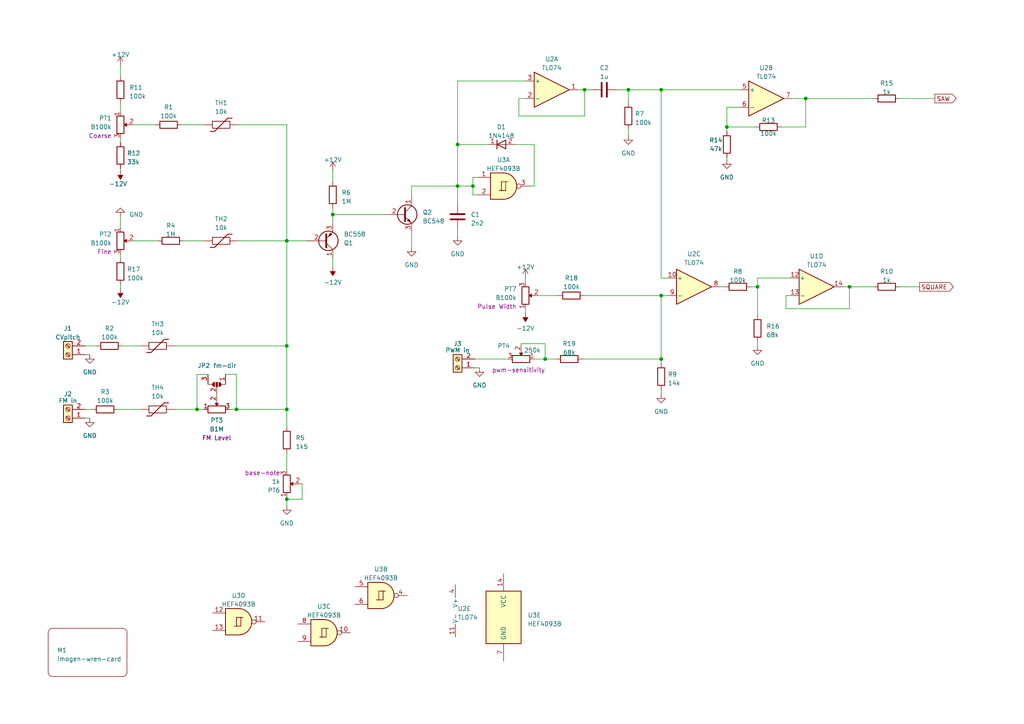
<source format=kicad_sch>
(kicad_sch (version 20230121) (generator eeschema)
  (paper "A4")
  (lib_symbols
    (symbol "000-thermistor-immo:Thermistor" (pin_numbers hide) (pin_names (offset 0))
      (property "Reference" "TH" (at 2.54 1.27 90))
      (property "Value" "Thermistor" (at -2.54 0 90))
      (symbol "Thermistor_0_1"
        (rectangle (start -1.016 2.54) (end 1.016 -2.54) (stroke (width 0.2032)))
        (polyline (pts (xy -1.905 3.175) (xy -1.905 1.905) (xy 1.905 -1.905) (xy 1.905 -3.175) (xy 1.905 -3.175)) (stroke (width 0.254)))
      )
      (symbol "Thermistor_1_1"
        (pin passive line (at 0 5.08 270) (length 2.54) (name "~") (number "1"))
        (pin passive line (at 0 -5.08 90) (length 2.54) (name "~") (number "2"))
      )
    )
    (symbol "000_Capacitor_Film_Immo:100n" (pin_numbers hide) (pin_names (offset 0.254))
      (property "Reference" "C" (at 0.635 2.54 0))
      (property "Value" "100n" (at 0.635 -2.54 0))
      (symbol "100n_0_1"
        (polyline (pts (xy -2.032 -0.762) (xy 2.032 -0.762)) (stroke (width 0.508)))
        (polyline (pts (xy -2.032 0.762) (xy 2.032 0.762)) (stroke (width 0.508)))
      )
      (symbol "100n_1_1"
        (pin passive line (at 0 3.81 270) (length 2.794) (name "~") (number "1"))
        (pin passive line (at 0 -3.81 90) (length 2.794) (name "~") (number "2"))
      )
    )
    (symbol "000_Capacitor_Film_Immo:cap_film_0805" (pin_numbers hide) (pin_names (offset 0.254))
      (property "Reference" "C" (at 0.635 2.54 0))
      (property "Value" "cap_film_0805" (at 0.635 -2.54 0))
      (symbol "cap_film_0805_0_1"
        (polyline (pts (xy -2.032 -0.762) (xy 2.032 -0.762)) (stroke (width 0.508)))
        (polyline (pts (xy -2.032 0.762) (xy 2.032 0.762)) (stroke (width 0.508)))
      )
      (symbol "cap_film_0805_1_1"
        (pin passive line (at 0 3.81 270) (length 2.794) (name "~") (number "1"))
        (pin passive line (at 0 -3.81 90) (length 2.794) (name "~") (number "2"))
      )
    )
    (symbol "000_Connectors_Immo:Screw_Terminal_01x02" (pin_names (offset 1.016) hide)
      (property "Reference" "J" (at 0 2.54 0))
      (property "Value" "Screw_Terminal_01x02" (at 0 -5.08 0))
      (property "PIN1" "PIN1" (at 3.556 0 0))
      (property "PIN2" "PIN2" (at 3.556 -2.794 0))
      (symbol "Screw_Terminal_01x02_1_1"
        (rectangle (start -1.27 1.27) (end 1.27 -3.81) (stroke (width 0.254)) (fill (type background)))
        (circle (center 0 -2.54) (radius 0.635) (stroke (width 0.1524)))
        (polyline (pts (xy -0.5334 -2.2098) (xy 0.3302 -3.048)) (stroke (width 0.1524)))
        (polyline (pts (xy -0.5334 0.3302) (xy 0.3302 -0.508)) (stroke (width 0.1524)))
        (polyline (pts (xy -0.3556 -2.032) (xy 0.508 -2.8702)) (stroke (width 0.1524)))
        (polyline (pts (xy -0.3556 0.508) (xy 0.508 -0.3302)) (stroke (width 0.1524)))
        (circle (center 0 0) (radius 0.635) (stroke (width 0.1524)))
        (pin passive line (at -5.08 0 0) (length 3.81) (name "Pin_1") (number "1"))
        (pin passive line (at -5.08 -2.54 0) (length 3.81) (name "Pin_2") (number "2"))
      )
    )
    (symbol "000_Diodes_Immo:1N4148" (pin_names (offset 1.016) hide)
      (property "Reference" "D" (at 0 2.54 0))
      (property "Value" "1N4148" (at 0 -2.54 0))
      (symbol "1N4148_0_1"
        (polyline (pts (xy -1.27 1.27) (xy -1.27 -1.27)) (stroke (width 0.254)))
        (polyline (pts (xy 1.27 0) (xy -1.27 0)))
        (polyline (pts (xy 1.27 1.27) (xy 1.27 -1.27) (xy -1.27 0) (xy 1.27 1.27)) (stroke (width 0.254)))
      )
      (symbol "1N4148_1_1"
        (pin passive line (at -3.81 0 0) (length 2.54) (name "K") (number "1"))
        (pin passive line (at 3.81 0 180) (length 2.54) (name "A") (number "2"))
      )
    )
    (symbol "000_Modules_Immo:imogen-wren-card"
      (property "Reference" "M?" (at 0 2.54 0))
      (property "Value" "imogen-wren-card" (at 0 0 0))
      (symbol "imogen-wren-card_0_1"
        (arc (start -11.43 -6.35) (mid -11.058 -7.248) (end -10.16 -7.62))
        (arc (start -10.16 6.35) (mid -11.058 5.978) (end -11.43 5.08))
        (polyline (pts (xy -11.43 5.08) (xy -11.43 -6.35)))
        (polyline (pts (xy -10.16 6.35) (xy 10.16 6.35)))
        (polyline (pts (xy 10.16 -7.62) (xy -10.16 -7.62)))
        (polyline (pts (xy 11.43 5.08) (xy 11.43 -6.35)))
        (arc (start 10.16 -7.62) (mid 11.058 -7.248) (end 11.43 -6.35))
        (arc (start 11.43 5.08) (mid 11.058 5.978) (end 10.16 6.35))
      )
    )
    (symbol "000_Resistors_Immo:100k" (pin_numbers hide) (pin_names (offset 0))
      (property "Reference" "R?" (at -2.54 3.81 0))
      (property "Value" "100k" (at -5.08 2.54 0))
      (symbol "100k_0_1"
        (rectangle (start 2.54 -1.016) (end -2.54 1.016) (stroke (width 0.254)))
      )
      (symbol "100k_1_1"
        (pin passive line (at -3.81 0 0) (length 1.27) (name "~") (number "1"))
        (pin passive line (at 3.81 0 180) (length 1.27) (name "~") (number "2"))
      )
    )
    (symbol "000_Resistors_Immo:50k_trimpot_MT" (pin_names (offset 1.016) hide)
      (property "Reference" "PT" (at 4.318 7.112 0))
      (property "Value" "50k_trimpot_MT" (at 9.652 5.08 0))
      (property "NAME" "Control" (at 6.35 3.048 0))
      (symbol "50k_trimpot_MT_0_1"
        (polyline (pts (xy 2.54 0) (xy 1.524 0)))
        (polyline (pts (xy 1.016 0) (xy 1.778 0.508) (xy 1.778 -0.508) (xy 1.016 0)) (fill (type outline)))
        (rectangle (start 1.016 2.54) (end -1.016 -2.54) (stroke (width 0.254)))
      )
      (symbol "50k_trimpot_MT_1_1"
        (pin passive line (at 0 3.81 270) (length 1.27) (name "1") (number "1"))
        (pin passive line (at 3.81 0 180) (length 1.27) (name "2") (number "2"))
        (pin passive line (at 0 -3.81 90) (length 1.27) (name "3") (number "3"))
      )
    )
    (symbol "000_Resistors_Immo:Alpha Pot" (pin_names (offset 1.016) hide)
      (property "Reference" "PT" (at 4.318 7.112 0))
      (property "Value" "Alpha Pot" (at 9.652 5.08 0))
      (property "NAME" "Control" (at 6.35 3.048 0))
      (symbol "Alpha Pot_0_1"
        (polyline (pts (xy 2.54 0) (xy 1.524 0)))
        (polyline (pts (xy 1.016 0) (xy 1.778 0.508) (xy 1.778 -0.508) (xy 1.016 0)) (fill (type outline)))
        (rectangle (start 1.016 2.54) (end -1.016 -2.54) (stroke (width 0.254)))
      )
      (symbol "Alpha Pot_1_1"
        (pin passive line (at 0 3.81 270) (length 1.27) (name "1") (number "1"))
        (pin passive line (at 3.81 0 180) (length 1.27) (name "2") (number "2"))
        (pin passive line (at 0 -3.81 90) (length 1.27) (name "3") (number "3"))
      )
    )
    (symbol "000_Resistors_Immo:Resistor_0805" (pin_numbers hide) (pin_names (offset 0))
      (property "Reference" "R?" (at -2.54 3.81 0))
      (property "Value" "Resistor_0805" (at -5.08 2.54 0))
      (symbol "Resistor_0805_0_1"
        (rectangle (start 2.54 -1.016) (end -2.54 1.016) (stroke (width 0.254)))
      )
      (symbol "Resistor_0805_1_1"
        (pin passive line (at -3.81 0 0) (length 1.27) (name "~") (number "1"))
        (pin passive line (at 3.81 0 180) (length 1.27) (name "~") (number "2"))
      )
    )
    (symbol "4xxx:HEF4093B" (pin_names (offset 1.016))
      (property "Reference" "U" (at 0 1.27 0))
      (property "Value" "HEF4093B" (at 0 -1.27 0))
      (symbol "HEF4093B_1_0"
        (polyline (pts (xy -0.635 -1.27) (xy -0.635 1.27) (xy 0.635 1.27)))
        (polyline (pts (xy -0.635 -1.27) (xy -0.635 1.27) (xy 0.635 1.27)))
        (polyline (pts (xy -1.27 -1.27) (xy 0.635 -1.27) (xy 0.635 1.27) (xy 1.27 1.27)))
        (polyline (pts (xy -1.27 -1.27) (xy 0.635 -1.27) (xy 0.635 1.27) (xy 1.27 1.27)))
      )
      (symbol "HEF4093B_1_1"
        (arc (start 0 -3.81) (mid 3.7934 0) (end 0 3.81) (stroke (width 0.254)) (fill (type background)))
        (polyline (pts (xy 0 3.81) (xy -3.81 3.81) (xy -3.81 -3.81) (xy 0 -3.81)) (stroke (width 0.254)) (fill (type background)))
        (pin input line (at -7.62 2.54 0) (length 3.81) (name "~") (number "1"))
        (pin input line (at -7.62 -2.54 0) (length 3.81) (name "~") (number "2"))
        (pin output inverted (at 7.62 0 180) (length 3.81) (name "~") (number "3"))
      )
      (symbol "HEF4093B_1_2"
        (arc (start -3.81 -3.81) (mid -2.589 0) (end -3.81 3.81) (stroke (width 0.254)))
        (arc (start -0.6096 -3.81) (mid 2.1842 -2.5851) (end 3.81 0) (stroke (width 0.254)) (fill (type background)))
        (polyline (pts (xy -3.81 -3.81) (xy -0.635 -3.81)) (stroke (width 0.254)) (fill (type background)))
        (polyline (pts (xy -3.81 3.81) (xy -0.635 3.81)) (stroke (width 0.254)) (fill (type background)))
        (polyline (pts (xy -0.635 3.81) (xy -3.81 3.81) (xy -3.81 3.81) (xy -3.556 3.4036) (xy -3.0226 2.2606) (xy -2.6924 1.0414) (xy -2.6162 -0.254) (xy -2.7686 -1.4986) (xy -3.175 -2.7178) (xy -3.81 -3.81) (xy -3.81 -3.81) (xy -0.635 -3.81)) (stroke (width -25.4)) (fill (type background)))
        (arc (start 3.81 0) (mid 2.1915 2.5936) (end -0.6096 3.81) (stroke (width 0.254)) (fill (type background)))
        (pin input inverted (at -7.62 2.54 0) (length 4.318) (name "~") (number "1"))
        (pin input inverted (at -7.62 -2.54 0) (length 4.318) (name "~") (number "2"))
        (pin output line (at 7.62 0 180) (length 3.81) (name "~") (number "3"))
      )
      (symbol "HEF4093B_2_0"
        (polyline (pts (xy -0.635 -1.27) (xy -0.635 1.27) (xy 0.635 1.27)))
        (polyline (pts (xy -0.635 -1.27) (xy -0.635 1.27) (xy 0.635 1.27)))
        (polyline (pts (xy -1.27 -1.27) (xy 0.635 -1.27) (xy 0.635 1.27) (xy 1.27 1.27)))
        (polyline (pts (xy -1.27 -1.27) (xy 0.635 -1.27) (xy 0.635 1.27) (xy 1.27 1.27)))
      )
      (symbol "HEF4093B_2_1"
        (arc (start 0 -3.81) (mid 3.7934 0) (end 0 3.81) (stroke (width 0.254)) (fill (type background)))
        (polyline (pts (xy 0 3.81) (xy -3.81 3.81) (xy -3.81 -3.81) (xy 0 -3.81)) (stroke (width 0.254)) (fill (type background)))
        (pin output inverted (at 7.62 0 180) (length 3.81) (name "~") (number "4"))
        (pin input line (at -7.62 2.54 0) (length 3.81) (name "~") (number "5"))
        (pin input line (at -7.62 -2.54 0) (length 3.81) (name "~") (number "6"))
      )
      (symbol "HEF4093B_2_2"
        (arc (start -3.81 -3.81) (mid -2.589 0) (end -3.81 3.81) (stroke (width 0.254)))
        (arc (start -0.6096 -3.81) (mid 2.1842 -2.5851) (end 3.81 0) (stroke (width 0.254)) (fill (type background)))
        (polyline (pts (xy -3.81 -3.81) (xy -0.635 -3.81)) (stroke (width 0.254)) (fill (type background)))
        (polyline (pts (xy -3.81 3.81) (xy -0.635 3.81)) (stroke (width 0.254)) (fill (type background)))
        (polyline (pts (xy -0.635 3.81) (xy -3.81 3.81) (xy -3.81 3.81) (xy -3.556 3.4036) (xy -3.0226 2.2606) (xy -2.6924 1.0414) (xy -2.6162 -0.254) (xy -2.7686 -1.4986) (xy -3.175 -2.7178) (xy -3.81 -3.81) (xy -3.81 -3.81) (xy -0.635 -3.81)) (stroke (width -25.4)) (fill (type background)))
        (arc (start 3.81 0) (mid 2.1915 2.5936) (end -0.6096 3.81) (stroke (width 0.254)) (fill (type background)))
        (pin output line (at 7.62 0 180) (length 3.81) (name "~") (number "4"))
        (pin input inverted (at -7.62 2.54 0) (length 4.318) (name "~") (number "5"))
        (pin input inverted (at -7.62 -2.54 0) (length 4.318) (name "~") (number "6"))
      )
      (symbol "HEF4093B_3_0"
        (polyline (pts (xy -0.635 -1.27) (xy -0.635 1.27) (xy 0.635 1.27)))
        (polyline (pts (xy -0.635 -1.27) (xy -0.635 1.27) (xy 0.635 1.27)))
        (polyline (pts (xy -1.27 -1.27) (xy 0.635 -1.27) (xy 0.635 1.27) (xy 1.27 1.27)))
        (polyline (pts (xy -1.27 -1.27) (xy 0.635 -1.27) (xy 0.635 1.27) (xy 1.27 1.27)))
      )
      (symbol "HEF4093B_3_1"
        (arc (start 0 -3.81) (mid 3.7934 0) (end 0 3.81) (stroke (width 0.254)) (fill (type background)))
        (polyline (pts (xy 0 3.81) (xy -3.81 3.81) (xy -3.81 -3.81) (xy 0 -3.81)) (stroke (width 0.254)) (fill (type background)))
        (pin output inverted (at 7.62 0 180) (length 3.81) (name "~") (number "10"))
        (pin input line (at -7.62 2.54 0) (length 3.81) (name "~") (number "8"))
        (pin input line (at -7.62 -2.54 0) (length 3.81) (name "~") (number "9"))
      )
      (symbol "HEF4093B_3_2"
        (arc (start -3.81 -3.81) (mid -2.589 0) (end -3.81 3.81) (stroke (width 0.254)))
        (arc (start -0.6096 -3.81) (mid 2.1842 -2.5851) (end 3.81 0) (stroke (width 0.254)) (fill (type background)))
        (polyline (pts (xy -3.81 -3.81) (xy -0.635 -3.81)) (stroke (width 0.254)) (fill (type background)))
        (polyline (pts (xy -3.81 3.81) (xy -0.635 3.81)) (stroke (width 0.254)) (fill (type background)))
        (polyline (pts (xy -0.635 3.81) (xy -3.81 3.81) (xy -3.81 3.81) (xy -3.556 3.4036) (xy -3.0226 2.2606) (xy -2.6924 1.0414) (xy -2.6162 -0.254) (xy -2.7686 -1.4986) (xy -3.175 -2.7178) (xy -3.81 -3.81) (xy -3.81 -3.81) (xy -0.635 -3.81)) (stroke (width -25.4)) (fill (type background)))
        (arc (start 3.81 0) (mid 2.1915 2.5936) (end -0.6096 3.81) (stroke (width 0.254)) (fill (type background)))
        (pin output line (at 7.62 0 180) (length 3.81) (name "~") (number "10"))
        (pin input inverted (at -7.62 2.54 0) (length 4.318) (name "~") (number "8"))
        (pin input inverted (at -7.62 -2.54 0) (length 4.318) (name "~") (number "9"))
      )
      (symbol "HEF4093B_4_0"
        (polyline (pts (xy -0.635 -1.27) (xy -0.635 1.27) (xy 0.635 1.27)))
        (polyline (pts (xy -0.635 -1.27) (xy -0.635 1.27) (xy 0.635 1.27)))
        (polyline (pts (xy -1.27 -1.27) (xy 0.635 -1.27) (xy 0.635 1.27) (xy 1.27 1.27)))
        (polyline (pts (xy -1.27 -1.27) (xy 0.635 -1.27) (xy 0.635 1.27) (xy 1.27 1.27)))
      )
      (symbol "HEF4093B_4_1"
        (arc (start 0 -3.81) (mid 3.7934 0) (end 0 3.81) (stroke (width 0.254)) (fill (type background)))
        (polyline (pts (xy 0 3.81) (xy -3.81 3.81) (xy -3.81 -3.81) (xy 0 -3.81)) (stroke (width 0.254)) (fill (type background)))
        (pin output inverted (at 7.62 0 180) (length 3.81) (name "~") (number "11"))
        (pin input line (at -7.62 2.54 0) (length 3.81) (name "~") (number "12"))
        (pin input line (at -7.62 -2.54 0) (length 3.81) (name "~") (number "13"))
      )
      (symbol "HEF4093B_4_2"
        (arc (start -3.81 -3.81) (mid -2.589 0) (end -3.81 3.81) (stroke (width 0.254)))
        (arc (start -0.6096 -3.81) (mid 2.1842 -2.5851) (end 3.81 0) (stroke (width 0.254)) (fill (type background)))
        (polyline (pts (xy -3.81 -3.81) (xy -0.635 -3.81)) (stroke (width 0.254)) (fill (type background)))
        (polyline (pts (xy -3.81 3.81) (xy -0.635 3.81)) (stroke (width 0.254)) (fill (type background)))
        (polyline (pts (xy -0.635 3.81) (xy -3.81 3.81) (xy -3.81 3.81) (xy -3.556 3.4036) (xy -3.0226 2.2606) (xy -2.6924 1.0414) (xy -2.6162 -0.254) (xy -2.7686 -1.4986) (xy -3.175 -2.7178) (xy -3.81 -3.81) (xy -3.81 -3.81) (xy -0.635 -3.81)) (stroke (width -25.4)) (fill (type background)))
        (arc (start 3.81 0) (mid 2.1915 2.5936) (end -0.6096 3.81) (stroke (width 0.254)) (fill (type background)))
        (pin output line (at 7.62 0 180) (length 3.81) (name "~") (number "11"))
        (pin input inverted (at -7.62 2.54 0) (length 4.318) (name "~") (number "12"))
        (pin input inverted (at -7.62 -2.54 0) (length 4.318) (name "~") (number "13"))
      )
      (symbol "HEF4093B_5_0"
        (pin power_in line (at 0 12.7 270) (length 5.08) (name "VCC") (number "14"))
        (pin power_in line (at 0 -12.7 90) (length 5.08) (name "GND") (number "7"))
      )
      (symbol "HEF4093B_5_1"
        (rectangle (start -5.08 7.62) (end 5.08 -7.62) (stroke (width 0.254)) (fill (type background)))
      )
    )
    (symbol "Amplifier_Operational:TL074" (pin_names (offset 0.127))
      (property "Reference" "U" (at 0 5.08 0))
      (property "Value" "TL074" (at 0 -5.08 0))
      (symbol "TL074_1_1"
        (polyline (pts (xy -5.08 5.08) (xy 5.08 0) (xy -5.08 -5.08) (xy -5.08 5.08)) (stroke (width 0.254)) (fill (type background)))
        (pin output line (at 7.62 0 180) (length 2.54) (name "~") (number "1"))
        (pin input line (at -7.62 -2.54 0) (length 2.54) (name "-") (number "2"))
        (pin input line (at -7.62 2.54 0) (length 2.54) (name "+") (number "3"))
      )
      (symbol "TL074_2_1"
        (polyline (pts (xy -5.08 5.08) (xy 5.08 0) (xy -5.08 -5.08) (xy -5.08 5.08)) (stroke (width 0.254)) (fill (type background)))
        (pin input line (at -7.62 2.54 0) (length 2.54) (name "+") (number "5"))
        (pin input line (at -7.62 -2.54 0) (length 2.54) (name "-") (number "6"))
        (pin output line (at 7.62 0 180) (length 2.54) (name "~") (number "7"))
      )
      (symbol "TL074_3_1"
        (polyline (pts (xy -5.08 5.08) (xy 5.08 0) (xy -5.08 -5.08) (xy -5.08 5.08)) (stroke (width 0.254)) (fill (type background)))
        (pin input line (at -7.62 2.54 0) (length 2.54) (name "+") (number "10"))
        (pin output line (at 7.62 0 180) (length 2.54) (name "~") (number "8"))
        (pin input line (at -7.62 -2.54 0) (length 2.54) (name "-") (number "9"))
      )
      (symbol "TL074_4_1"
        (polyline (pts (xy -5.08 5.08) (xy 5.08 0) (xy -5.08 -5.08) (xy -5.08 5.08)) (stroke (width 0.254)) (fill (type background)))
        (pin input line (at -7.62 2.54 0) (length 2.54) (name "+") (number "12"))
        (pin input line (at -7.62 -2.54 0) (length 2.54) (name "-") (number "13"))
        (pin output line (at 7.62 0 180) (length 2.54) (name "~") (number "14"))
      )
      (symbol "TL074_5_1"
        (pin power_in line (at -2.54 -7.62 90) (length 3.81) (name "V-") (number "11"))
        (pin power_in line (at -2.54 7.62 270) (length 3.81) (name "V+") (number "4"))
      )
    )
    (symbol "Jumper_3_Open3small_1" (pin_names (offset 0) hide) (in_bom no)
      (property "Reference" "JP" (at -5.715 5.08 0))
      (property "Value" "Jumper_3_Open3small" (at -1.905 9.525 0))
      (symbol "Jumper_3_Open3small_1_0_1"
        (arc (start -0.6463 0.381) (mid -1.2701 -0.254) (end -0.6463 -0.889) (fill (type outline)))
        (rectangle (start -0.254 0.381) (end 0.254 -0.889) (fill (type outline)))
        (polyline (pts (xy -2.54 -0.254) (xy -2.54 -0.889)))
        (polyline (pts (xy -2.54 -0.254) (xy -1.27 -0.254)))
        (polyline (pts (xy -0.6463 -0.889) (xy -0.6463 0.381)))
        (polyline (pts (xy 0 0.635) (xy 0 -0.127)))
        (polyline (pts (xy 0.635 0.381) (xy 0.635 -0.889)))
        (polyline (pts (xy 1.27 -0.254) (xy 2.54 -0.254)))
        (polyline (pts (xy 2.54 -0.254) (xy 2.54 -0.889)))
        (arc (start 0.6463 -0.889) (mid 1.2701 -0.254) (end 0.6463 0.381) (fill (type outline)))
      )
      (symbol "Jumper_3_Open3small_1_1_1"
        (pin passive line (at -2.54 -3.175 90) (length 2.54) (name "A") (number "1"))
        (pin input line (at 0 2.54 270) (length 2.54) (name "C") (number "2"))
        (pin passive line (at 2.54 -3.175 90) (length 2.54) (name "B") (number "3"))
      )
    )
    (symbol "Transistor_BJT:BC548" (pin_names (offset 0) hide)
      (property "Reference" "Q" (at 5.08 1.905 0))
      (property "Value" "BC548" (at 5.08 0 0))
      (symbol "BC548_0_1"
        (polyline (pts (xy 0 0) (xy 0.635 0)))
        (polyline (pts (xy 0.635 0.635) (xy 2.54 2.54)))
        (polyline (pts (xy 0.635 -0.635) (xy 2.54 -2.54) (xy 2.54 -2.54)))
        (polyline (pts (xy 0.635 1.905) (xy 0.635 -1.905) (xy 0.635 -1.905)) (stroke (width 0.508)))
        (polyline (pts (xy 1.27 -1.778) (xy 1.778 -1.27) (xy 2.286 -2.286) (xy 1.27 -1.778) (xy 1.27 -1.778)) (fill (type outline)))
        (circle (center 1.27 0) (radius 2.8194) (stroke (width 0.254)))
      )
      (symbol "BC548_1_1"
        (pin passive line (at 2.54 5.08 270) (length 2.54) (name "C") (number "1"))
        (pin input line (at -5.08 0 0) (length 5.08) (name "B") (number "2"))
        (pin passive line (at 2.54 -5.08 90) (length 2.54) (name "E") (number "3"))
      )
    )
    (symbol "Transistor_BJT:BC558" (pin_names (offset 0) hide)
      (property "Reference" "Q" (at 5.08 1.905 0))
      (property "Value" "BC558" (at 5.08 0 0))
      (symbol "BC558_0_1"
        (polyline (pts (xy 0.635 0.635) (xy 2.54 2.54)))
        (polyline (pts (xy 0.635 -0.635) (xy 2.54 -2.54) (xy 2.54 -2.54)))
        (polyline (pts (xy 0.635 1.905) (xy 0.635 -1.905) (xy 0.635 -1.905)) (stroke (width 0.508)))
        (polyline (pts (xy 2.286 -1.778) (xy 1.778 -2.286) (xy 1.27 -1.27) (xy 2.286 -1.778) (xy 2.286 -1.778)) (fill (type outline)))
        (circle (center 1.27 0) (radius 2.8194) (stroke (width 0.254)))
      )
      (symbol "BC558_1_1"
        (pin passive line (at 2.54 5.08 270) (length 2.54) (name "C") (number "1"))
        (pin input line (at -5.08 0 0) (length 5.715) (name "B") (number "2"))
        (pin passive line (at 2.54 -5.08 90) (length 2.54) (name "E") (number "3"))
      )
    )
    (symbol "power:+12V" (power) (pin_names (offset 0))
      (property "Value" "+12V" (at 0 3.556 0))
      (symbol "+12V_0_1"
        (polyline (pts (xy -0.762 1.27) (xy 0 2.54)))
        (polyline (pts (xy 0 0) (xy 0 2.54)))
        (polyline (pts (xy 0 2.54) (xy 0.762 1.27)))
      )
      (symbol "+12V_1_1"
        (pin power_in line (at 0 0 90) (length 0) hide (name "+12V") (number "1"))
      )
    )
    (symbol "power:-12V" (power) (pin_names (offset 0))
      (property "Value" "-12V" (at 0 3.81 0))
      (symbol "-12V_0_0"
        (pin power_in line (at 0 0 90) (length 0) hide (name "-12V") (number "1"))
      )
      (symbol "-12V_0_1"
        (polyline (pts (xy 0 0) (xy 0 1.27) (xy 0.762 1.27) (xy 0 2.54) (xy -0.762 1.27) (xy 0 1.27)) (fill (type outline)))
      )
    )
    (symbol "power:GND" (power) (pin_names (offset 0))
      (property "Value" "GND" (at 0 -3.81 0))
      (symbol "GND_0_1"
        (polyline (pts (xy 0 0) (xy 0 -1.27) (xy 1.27 -1.27) (xy 0 -2.54) (xy -1.27 -1.27) (xy 0 -1.27)))
      )
      (symbol "GND_1_1"
        (pin power_in line (at 0 0 270) (length 0) hide (name "GND") (number "1"))
      )
    )
  )
  (junction (at 57.15 118.745))
  (junction (at 132.715 53.975))
  (junction (at 219.71 83.185))
  (junction (at 191.77 26.035))
  (junction (at 158.115 104.14))
  (junction (at 182.245 26.035))
  (junction (at 96.52 62.23))
  (junction (at 83.185 69.85))
  (junction (at 83.185 118.745))
  (junction (at 83.185 100.33))
  (junction (at 191.77 85.725))
  (junction (at 246.38 83.185))
  (junction (at 233.68 28.575))
  (junction (at 83.185 144.78))
  (junction (at 137.16 53.975))
  (junction (at 191.77 104.14))
  (junction (at 132.715 41.91))
  (junction (at 169.545 26.035))
  (junction (at 68.58 118.745))
  (junction (at 210.82 36.83))
  (wire (pts (xy 227.965 85.725) (xy 227.965 89.535)))
  (wire (pts (xy 246.38 83.185) (xy 253.365 83.185)))
  (wire (pts (xy 260.985 83.185) (xy 266.7 83.185)))
  (wire (pts (xy 34.925 19.05) (xy 34.925 22.225)))
  (wire (pts (xy 233.68 28.575) (xy 253.365 28.575)))
  (wire (pts (xy 119.38 53.975) (xy 132.715 53.975)))
  (wire (pts (xy 141.605 41.91) (xy 132.715 41.91)))
  (wire (pts (xy 38.735 69.85) (xy 45.72 69.85)))
  (wire (pts (xy 152.4 80.645) (xy 152.4 81.915)))
  (wire (pts (xy 38.735 36.195) (xy 45.085 36.195)))
  (wire (pts (xy 119.38 53.975) (xy 119.38 57.15)))
  (wire (pts (xy 158.115 104.14) (xy 161.29 104.14)))
  (wire (pts (xy 132.715 23.495) (xy 132.715 41.91)))
  (wire (pts (xy 210.82 31.115) (xy 210.82 36.83)))
  (wire (pts (xy 214.63 31.115) (xy 210.82 31.115)))
  (wire (pts (xy 179.07 26.035) (xy 182.245 26.035)))
  (wire (pts (xy 217.805 83.185) (xy 219.71 83.185)))
  (wire (pts (xy 53.34 69.85) (xy 59.055 69.85)))
  (wire (pts (xy 87.63 140.335) (xy 87.63 144.78)))
  (wire (pts (xy 69.215 69.85) (xy 83.185 69.85)))
  (wire (pts (xy 191.77 26.035) (xy 214.63 26.035)))
  (wire (pts (xy 191.77 105.41) (xy 191.77 104.14)))
  (wire (pts (xy 96.52 74.93) (xy 96.52 77.47)))
  (wire (pts (xy 153.67 53.975) (xy 154.94 53.975)))
  (wire (pts (xy 26.035 121.285) (xy 24.765 121.285)))
  (wire (pts (xy 34.925 62.865) (xy 34.925 66.04)))
  (wire (pts (xy 65.405 108.585) (xy 68.58 108.585)))
  (wire (pts (xy 68.58 118.745) (xy 83.185 118.745)))
  (wire (pts (xy 208.915 83.185) (xy 210.185 83.185)))
  (wire (pts (xy 34.925 41.275) (xy 34.925 40.005)))
  (wire (pts (xy 154.94 53.975) (xy 154.94 41.91)))
  (wire (pts (xy 86.995 140.335) (xy 87.63 140.335)))
  (wire (pts (xy 96.52 62.23) (xy 111.76 62.23)))
  (wire (pts (xy 26.035 102.87) (xy 24.765 102.87)))
  (wire (pts (xy 83.185 131.445) (xy 83.185 136.525)))
  (wire (pts (xy 169.545 33.655) (xy 169.545 26.035)))
  (wire (pts (xy 139.065 106.68) (xy 137.795 106.68)))
  (wire (pts (xy 34.925 74.93) (xy 34.925 73.66)))
  (wire (pts (xy 168.91 104.14) (xy 191.77 104.14)))
  (wire (pts (xy 182.245 37.465) (xy 182.245 39.37)))
  (wire (pts (xy 191.77 26.035) (xy 191.77 80.645)))
  (wire (pts (xy 60.325 108.585) (xy 57.15 108.585)))
  (wire (pts (xy 96.52 62.23) (xy 96.52 64.77)))
  (wire (pts (xy 24.765 118.745) (xy 26.67 118.745)))
  (wire (pts (xy 50.8 118.745) (xy 57.15 118.745)))
  (wire (pts (xy 132.715 66.675) (xy 132.715 68.58)))
  (wire (pts (xy 34.29 118.745) (xy 40.64 118.745)))
  (wire (pts (xy 246.38 89.535) (xy 246.38 83.185)))
  (wire (pts (xy 233.68 36.83) (xy 226.695 36.83)))
  (wire (pts (xy 57.15 108.585) (xy 57.15 118.745)))
  (wire (pts (xy 34.925 49.53) (xy 34.925 48.895)))
  (wire (pts (xy 152.4 28.575) (xy 150.495 28.575)))
  (wire (pts (xy 132.715 23.495) (xy 152.4 23.495)))
  (wire (pts (xy 132.715 53.975) (xy 137.16 53.975)))
  (wire (pts (xy 150.495 28.575) (xy 150.495 33.655)))
  (wire (pts (xy 138.43 51.435) (xy 137.16 51.435)))
  (wire (pts (xy 169.545 26.035) (xy 167.64 26.035)))
  (wire (pts (xy 137.16 56.515) (xy 137.16 53.975)))
  (wire (pts (xy 83.185 36.195) (xy 69.215 36.195)))
  (wire (pts (xy 83.185 36.195) (xy 83.185 69.85)))
  (wire (pts (xy 57.15 118.745) (xy 59.055 118.745)))
  (wire (pts (xy 191.77 85.725) (xy 193.675 85.725)))
  (wire (pts (xy 151.13 99.695) (xy 151.13 100.33)))
  (wire (pts (xy 68.58 118.745) (xy 66.675 118.745)))
  (wire (pts (xy 50.8 100.33) (xy 83.185 100.33)))
  (wire (pts (xy 34.925 83.82) (xy 34.925 82.55)))
  (wire (pts (xy 154.94 104.14) (xy 158.115 104.14)))
  (wire (pts (xy 156.21 85.725) (xy 161.925 85.725)))
  (wire (pts (xy 182.245 26.035) (xy 182.245 29.845)))
  (wire (pts (xy 246.38 83.185) (xy 244.475 83.185)))
  (wire (pts (xy 137.16 51.435) (xy 137.16 53.975)))
  (wire (pts (xy 83.185 144.78) (xy 83.185 146.685)))
  (wire (pts (xy 191.77 114.3) (xy 191.77 113.03)))
  (wire (pts (xy 219.71 83.185) (xy 219.71 91.44)))
  (wire (pts (xy 132.715 59.055) (xy 132.715 53.975)))
  (wire (pts (xy 24.765 100.33) (xy 27.94 100.33)))
  (wire (pts (xy 96.52 60.325) (xy 96.52 62.23)))
  (wire (pts (xy 119.38 71.755) (xy 119.38 67.31)))
  (wire (pts (xy 158.115 99.695) (xy 151.13 99.695)))
  (wire (pts (xy 150.495 33.655) (xy 169.545 33.655)))
  (wire (pts (xy 191.77 80.645) (xy 193.675 80.645)))
  (wire (pts (xy 233.68 28.575) (xy 233.68 36.83)))
  (wire (pts (xy 62.865 114.3) (xy 62.865 114.935)))
  (wire (pts (xy 219.71 100.33) (xy 219.71 99.06)))
  (wire (pts (xy 158.115 104.14) (xy 158.115 99.695)))
  (wire (pts (xy 219.71 80.645) (xy 229.235 80.645)))
  (wire (pts (xy 83.185 123.825) (xy 83.185 118.745)))
  (wire (pts (xy 138.43 56.515) (xy 137.16 56.515)))
  (wire (pts (xy 132.715 41.91) (xy 132.715 53.975)))
  (wire (pts (xy 96.52 49.53) (xy 96.52 52.705)))
  (wire (pts (xy 182.245 26.035) (xy 191.77 26.035)))
  (wire (pts (xy 169.545 26.035) (xy 171.45 26.035)))
  (wire (pts (xy 229.235 85.725) (xy 227.965 85.725)))
  (wire (pts (xy 68.58 108.585) (xy 68.58 118.745)))
  (wire (pts (xy 210.82 45.72) (xy 210.82 46.355)))
  (wire (pts (xy 137.795 104.14) (xy 147.32 104.14)))
  (wire (pts (xy 210.82 36.83) (xy 219.075 36.83)))
  (wire (pts (xy 52.705 36.195) (xy 59.055 36.195)))
  (wire (pts (xy 35.56 100.33) (xy 40.64 100.33)))
  (wire (pts (xy 34.925 29.845) (xy 34.925 32.385)))
  (wire (pts (xy 191.77 104.14) (xy 191.77 85.725)))
  (wire (pts (xy 210.82 36.83) (xy 210.82 38.1)))
  (wire (pts (xy 87.63 144.78) (xy 83.185 144.78)))
  (wire (pts (xy 83.185 69.85) (xy 83.185 100.33)))
  (wire (pts (xy 229.87 28.575) (xy 233.68 28.575)))
  (wire (pts (xy 154.94 41.91) (xy 149.225 41.91)))
  (wire (pts (xy 260.985 28.575) (xy 271.145 28.575)))
  (wire (pts (xy 219.71 83.185) (xy 219.71 80.645)))
  (wire (pts (xy 83.185 69.85) (xy 88.9 69.85)))
  (wire (pts (xy 169.545 85.725) (xy 191.77 85.725)))
  (wire (pts (xy 83.185 100.33) (xy 83.185 118.745)))
  (wire (pts (xy 83.185 144.145) (xy 83.185 144.78)))
  (wire (pts (xy 152.4 90.805) (xy 152.4 89.535)))
  (wire (pts (xy 227.965 89.535) (xy 246.38 89.535)))
  (global_label "SAW" (shape output) (at 271.145 28.575 0) (property "Intersheetrefs" "${INTERSHEET_REFS}" (effects hide)))
  (global_label "SQUARE" (shape output) (at 266.7 83.185 0) (property "Intersheetrefs" "${INTERSHEET_REFS}" (effects hide)))
  (symbol (lib_id "000_Resistors_Immo:100k") (at 48.895 36.195 0) (unit 1)
    (property "Reference" "R1" (at 48.895 31.115 0))
    (property "Value" "100k" (at 48.895 33.655 0))
    (property "Footprint" "Resistor_SMD:R_0805_2012Metric_Pad1.20x1.40mm_HandSolder" (effects hide))
    (property "JLCpart" "C280020" (effects hide))
    (property "Cost" "0.0027" (effects hide))
  )
  (symbol (lib_id "power:+12V") (at 152.4 80.645 0) (unit 1)
    (property "Reference" "#PWR018" (effects hide))
    (property "Value" "+12V" (at 152.4 77.47 0))
  )
  (symbol (lib_id "power:+12V") (at 34.925 19.05 0) (unit 1)
    (property "Reference" "#PWR01" (effects hide))
    (property "Value" "+12V" (at 34.925 15.875 0))
  )
  (symbol (lib_id "000_Resistors_Immo:100k") (at 31.75 100.33 0) (unit 1)
    (property "Reference" "R2" (at 31.75 95.25 0))
    (property "Value" "100k" (at 31.75 97.79 0))
    (property "Footprint" "Resistor_SMD:R_0805_2012Metric_Pad1.20x1.40mm_HandSolder" (effects hide))
    (property "JLCpart" "C280020" (effects hide))
    (property "Cost" "0.0027" (effects hide))
  )
  (symbol (lib_id "000_Resistors_Immo:100k") (at 34.925 26.035 90) (unit 1)
    (property "Reference" "R11" (at 37.465 25.4 90) (effects (justify right)))
    (property "Value" "100k" (at 37.465 27.94 90) (effects (justify right)))
    (property "Footprint" "Resistor_SMD:R_0805_2012Metric_Pad1.20x1.40mm_HandSolder" (effects hide))
    (property "JLCpart" "C280020" (effects hide))
    (property "Cost" "0.0027" (effects hide))
  )
  (symbol (lib_id "power:-12V") (at 152.4 90.805 180) (unit 1)
    (property "Reference" "#PWR016" (effects hide))
    (property "Value" "-12V" (at 152.4 95.25 0))
  )
  (symbol (lib_id "000_Capacitor_Film_Immo:100n") (at 132.715 62.865 0) (unit 1)
    (property "Reference" "C1" (at 136.525 62.23 0) (effects (justify left)))
    (property "Value" "2n2" (at 136.525 64.77 0) (effects (justify left)))
    (property "Footprint" "000_Capacitors_Immo:C_0805_2012_HandSolder_kawaii" (effects hide))
    (property "JLCpart" "C779975" (effects hide))
    (property "Cost" "0.02" (effects hide))
  )
  (symbol (lib_id "000_Resistors_Immo:100k") (at 34.925 78.74 90) (unit 1)
    (property "Reference" "R17" (at 36.83 78.105 90) (effects (justify right)))
    (property "Value" "100k" (at 36.83 80.645 90) (effects (justify right)))
    (property "Footprint" "Resistor_SMD:R_0805_2012Metric_Pad1.20x1.40mm_HandSolder" (effects hide))
    (property "JLCpart" "C280020" (effects hide))
    (property "Cost" "0.0027" (effects hide))
  )
  (symbol (lib_id "power:-12V") (at 34.925 83.82 180) (unit 1)
    (property "Reference" "#PWR04" (effects hide))
    (property "Value" "-12V" (at 34.925 87.63 0))
  )
  (symbol (lib_id "Transistor_BJT:BC548") (at 116.84 62.23 0) (unit 1)
    (property "Reference" "Q2" (at 122.555 61.595 0) (effects (justify left)))
    (property "Value" "BC548" (at 122.555 64.135 0) (effects (justify left)))
    (property "Footprint" "Package_TO_SOT_THT:TO-92_Inline" (effects hide))
    (property "Datasheet" "https://www.onsemi.com/pub/Collateral/BC550-D.pdf" (effects hide))
  )
  (symbol (lib_id "000_Resistors_Immo:100k") (at 222.885 36.83 180) (unit 1)
    (property "Reference" "R13" (at 222.885 34.925 0))
    (property "Value" "100k" (at 222.885 38.735 0))
    (property "Footprint" "Resistor_SMD:R_0805_2012Metric_Pad1.20x1.40mm_HandSolder" (effects hide))
    (property "JLCpart" "C280020" (effects hide))
    (property "Cost" "0.0027" (effects hide))
  )
  (symbol (lib_id "power:GND") (at 119.38 71.755 0) (unit 1)
    (property "Reference" "#PWR08" (effects hide))
    (property "Value" "GND" (at 119.38 76.835 0))
  )
  (symbol (lib_id "Amplifier_Operational:TL074") (at 134.62 177.165 0) (unit 5)
    (property "Reference" "U2" (at 132.715 176.53 0) (effects (justify left)))
    (property "Value" "TL074" (at 132.715 179.07 0) (effects (justify left)))
    (property "Datasheet" "http://www.ti.com/lit/ds/symlink/tl071.pdf" (effects hide))
  )
  (symbol (lib_id "000_Resistors_Immo:Resistor_0805") (at 34.925 45.085 90) (unit 1)
    (property "Reference" "R12" (at 36.83 44.45 90) (effects (justify right)))
    (property "Value" "33k" (at 36.83 46.99 90) (effects (justify right)))
    (property "Footprint" "Resistor_SMD:R_0805_2012Metric_Pad1.20x1.40mm_HandSolder" (effects hide))
  )
  (symbol (lib_id "000_Resistors_Immo:Alpha Pot") (at 34.925 69.85 0) (unit 1)
    (property "Reference" "PT2" (at 32.385 67.945 0) (effects (justify right)))
    (property "Value" "B100k" (at 32.385 70.485 0) (effects (justify right)))
    (property "Footprint" "Potentiometer_THT:Potentiometer_Alpha_RD901F-40-00D_Single_Vertical_CircularHoles" (effects hide))
    (property "NAME" "Fine" (at 32.385 73.025 0) (effects (justify right)))
  )
  (symbol (lib_id "000_Resistors_Immo:Alpha Pot") (at 34.925 36.195 0) (unit 1)
    (property "Reference" "PT1" (at 32.385 34.29 0) (effects (justify right)))
    (property "Value" "B100k" (at 32.385 36.83 0) (effects (justify right)))
    (property "Footprint" "Potentiometer_THT:Potentiometer_Alpha_RD901F-40-00D_Single_Vertical_CircularHoles" (effects hide))
    (property "NAME" "Coarse" (at 32.385 39.37 0) (effects (justify right)))
  )
  (symbol (lib_id "000_Resistors_Immo:Resistor_0805") (at 210.82 41.91 90) (unit 1)
    (property "Reference" "R14" (at 207.645 40.64 90))
    (property "Value" "47k" (at 207.645 43.18 90))
    (property "Footprint" "Resistor_SMD:R_0805_2012Metric_Pad1.20x1.40mm_HandSolder" (effects hide))
  )
  (symbol (lib_id "000_Connectors_Immo:Screw_Terminal_01x02") (at 19.685 121.285 180) (unit 1)
    (property "Reference" "J2" (at 19.685 114.3 0))
    (property "Value" "FM in" (at 19.685 116.205 0))
    (property "Footprint" "000_Connectors_Immo:TerminalBlock_Altech_AK300-2_P5.00mm" (effects hide))
    (property "PIN1" "PIN1" (effects hide))
    (property "PIN2" "PIN2" (effects hide))
  )
  (symbol (lib_id "000_Resistors_Immo:Alpha Pot") (at 152.4 85.725 0) (mirror x) (unit 1)
    (property "Reference" "PT7" (at 149.86 83.82 0) (effects (justify right)))
    (property "Value" "B100k" (at 149.86 86.36 0) (effects (justify right)))
    (property "Footprint" "Potentiometer_THT:Potentiometer_Alpha_RD901F-40-00D_Single_Vertical_CircularHoles" (effects hide))
    (property "NAME" "Pulse Width" (at 149.86 88.9 0) (effects (justify right)))
  )
  (symbol (lib_id "000_Resistors_Immo:Resistor_0805") (at 96.52 56.515 90) (unit 1)
    (property "Reference" "R6" (at 99.06 55.88 90) (effects (justify right)))
    (property "Value" "1M" (at 99.06 58.42 90) (effects (justify right)))
    (property "Footprint" "Resistor_SMD:R_0805_2012Metric_Pad1.20x1.40mm_HandSolder" (effects hide))
  )
  (symbol (lib_id "power:GND") (at 26.035 102.87 0) (unit 1)
    (property "Reference" "#PWR015" (effects hide))
    (property "Value" "GND" (at 26.035 107.95 0))
  )
  (symbol (lib_id "000-thermistor-immo:Thermistor") (at 45.72 100.33 90) (unit 1)
    (property "Reference" "TH3" (at 45.72 93.98 90))
    (property "Value" "10k" (at 45.72 96.52 90))
  )
  (symbol (lib_id "power:GND") (at 210.82 46.355 0) (unit 1)
    (property "Reference" "#PWR017" (effects hide))
    (property "Value" "GND" (at 210.82 51.435 0))
  )
  (symbol (lib_id "000_Connectors_Immo:Screw_Terminal_01x02") (at 19.685 102.87 180) (unit 1)
    (property "Reference" "J1" (at 19.685 95.25 0))
    (property "Value" "CVpitch" (at 19.685 97.79 0))
    (property "Footprint" "000_Connectors_Immo:TerminalBlock_Altech_AK300-2_P5.00mm" (effects hide))
    (property "PIN1" "PIN1" (effects hide))
    (property "PIN2" "PIN2" (effects hide))
  )
  (symbol (lib_name "Jumper_3_Open3small_1") (lib_id "000_Connectors_Immo:Jumper_3_Open3small") (at 62.865 111.76 180) (unit 1) (in_bom no)
    (property "Reference" "JP2" (at 60.96 106.045 0) (effects (justify left)))
    (property "Value" "fm-dir" (at 68.58 106.045 0) (effects (justify left)))
    (property "Footprint" "Jumper:SolderJumper-3_P1.3mm_Open_RoundedPad1.0x1.5mm_NumberLabels" (effects hide))
  )
  (symbol (lib_id "000_Capacitor_Film_Immo:cap_film_0805") (at 175.26 26.035 90) (unit 1)
    (property "Reference" "C2" (at 175.26 19.685 90))
    (property "Value" "1u" (at 175.26 22.225 90))
    (property "Footprint" "Capacitor_SMD:C_0805_2012Metric_Pad1.18x1.45mm_HandSolder" (effects hide))
  )
  (symbol (lib_id "000_Resistors_Immo:Resistor_0805") (at 219.71 95.25 90) (unit 1)
    (property "Reference" "R16" (at 222.25 94.615 90) (effects (justify right)))
    (property "Value" "68k" (at 222.25 97.155 90) (effects (justify right)))
    (property "Footprint" "Resistor_SMD:R_0805_2012Metric_Pad1.20x1.40mm_HandSolder" (effects hide))
  )
  (symbol (lib_id "000_Connectors_Immo:Screw_Terminal_01x02") (at 132.715 106.68 180) (unit 1)
    (property "Reference" "J3" (at 132.715 99.695 0))
    (property "Value" "PWM in" (at 132.715 101.6 0))
    (property "Footprint" "000_Connectors_Immo:TerminalBlock_Altech_AK300-2_P5.00mm" (effects hide))
    (property "PIN1" "PIN1" (effects hide))
    (property "PIN2" "PIN2" (effects hide))
  )
  (symbol (lib_id "000_Resistors_Immo:Resistor_0805") (at 191.77 109.22 90) (unit 1)
    (property "Reference" "R9" (at 193.675 108.585 90) (effects (justify right)))
    (property "Value" "14k" (at 193.675 111.125 90) (effects (justify right)))
    (property "Footprint" "Resistor_SMD:R_0805_2012Metric_Pad1.20x1.40mm_HandSolder" (effects hide))
  )
  (symbol (lib_id "power:GND") (at 139.065 106.68 0) (unit 1)
    (property "Reference" "#PWR013" (effects hide))
    (property "Value" "GND" (at 139.065 111.76 0))
  )
  (symbol (lib_id "power:GND") (at 132.715 68.58 0) (unit 1)
    (property "Reference" "#PWR09" (effects hide))
    (property "Value" "GND" (at 132.715 73.66 0))
  )
  (symbol (lib_id "power:-12V") (at 34.925 49.53 180) (unit 1)
    (property "Reference" "#PWR05" (effects hide))
    (property "Value" "-12V" (at 34.29 53.34 0))
  )
  (symbol (lib_id "000_Resistors_Immo:100k") (at 30.48 118.745 0) (unit 1)
    (property "Reference" "R3" (at 30.48 113.665 0))
    (property "Value" "100k" (at 30.48 116.205 0))
    (property "Footprint" "Resistor_SMD:R_0805_2012Metric_Pad1.20x1.40mm_HandSolder" (effects hide))
    (property "JLCpart" "C280020" (effects hide))
    (property "Cost" "0.0027" (effects hide))
  )
  (symbol (lib_id "4xxx:HEF4093B") (at 110.49 172.72 0) (unit 2)
    (property "Reference" "U3" (at 110.4817 165.1 0))
    (property "Value" "HEF4093B" (at 110.4817 167.64 0))
    (property "Datasheet" "https://assets.nexperia.com/documents/data-sheet/HEF4093B.pdf" (effects hide))
  )
  (symbol (lib_id "Amplifier_Operational:TL074") (at 236.855 83.185 0) (unit 4)
    (property "Reference" "U1" (at 236.855 74.295 0))
    (property "Value" "TL074" (at 236.855 76.835 0))
    (property "Datasheet" "http://www.ti.com/lit/ds/symlink/tl071.pdf" (effects hide))
  )
  (symbol (lib_id "000-thermistor-immo:Thermistor") (at 64.135 36.195 90) (unit 1)
    (property "Reference" "TH1" (at 64.135 29.845 90))
    (property "Value" "10k" (at 64.135 32.385 90))
  )
  (symbol (lib_id "power:GND") (at 191.77 114.3 0) (unit 1)
    (property "Reference" "#PWR012" (effects hide))
    (property "Value" "GND" (at 191.77 119.38 0))
  )
  (symbol (lib_id "000-thermistor-immo:Thermistor") (at 64.135 69.85 90) (unit 1)
    (property "Reference" "TH2" (at 64.135 63.5 90))
    (property "Value" "10k" (at 64.135 66.04 90))
  )
  (symbol (lib_id "Transistor_BJT:BC558") (at 93.98 69.85 0) (mirror x) (unit 1)
    (property "Reference" "Q1" (at 99.695 70.485 0) (effects (justify left)))
    (property "Value" "BC558" (at 99.695 67.945 0) (effects (justify left)))
    (property "Footprint" "Package_TO_SOT_THT:TO-92_Inline" (effects hide))
    (property "Datasheet" "https://www.onsemi.com/pub/Collateral/BC556BTA-D.pdf" (effects hide))
  )
  (symbol (lib_id "000_Resistors_Immo:Resistor_0805") (at 257.175 28.575 0) (unit 1)
    (property "Reference" "R15" (at 257.175 24.13 0))
    (property "Value" "1k" (at 257.175 26.67 0))
    (property "Footprint" "Resistor_SMD:R_0805_2012Metric_Pad1.20x1.40mm_HandSolder" (effects hide))
  )
  (symbol (lib_id "000_Resistors_Immo:50k_trimpot_MT") (at 151.13 104.14 270) (mirror x) (unit 1)
    (property "Reference" "PT4" (at 147.955 100.33 90) (effects (justify right)))
    (property "Value" "250k" (at 156.845 101.6 90) (effects (justify right)))
    (property "Footprint" "Potentiometer_THT:Potentiometer_Bourns_3296W_Vertical" (effects hide))
    (property "NAME" "pwm-sensitivity" (at 158.115 107.315 90) (effects (justify right)))
    (property "JLCpart" "C118911" (effects hide))
    (property "cost" "0.147" (effects hide))
  )
  (symbol (lib_id "000_Resistors_Immo:Resistor_0805") (at 49.53 69.85 0) (unit 1)
    (property "Reference" "R4" (at 49.53 65.405 0))
    (property "Value" "1M" (at 49.53 67.945 0))
    (property "Footprint" "Resistor_SMD:R_0805_2012Metric_Pad1.20x1.40mm_HandSolder" (effects hide))
  )
  (symbol (lib_id "4xxx:HEF4093B") (at 146.05 53.975 0) (unit 1)
    (property "Reference" "U3" (at 146.0417 46.355 0))
    (property "Value" "HEF4093B" (at 146.0417 48.895 0))
    (property "Datasheet" "https://assets.nexperia.com/documents/data-sheet/HEF4093B.pdf" (effects hide))
  )
  (symbol (lib_id "power:GND") (at 26.035 121.285 0) (unit 1)
    (property "Reference" "#PWR014" (effects hide))
    (property "Value" "GND" (at 26.035 126.365 0))
  )
  (symbol (lib_id "000_Resistors_Immo:Alpha Pot") (at 62.865 118.745 90) (unit 1)
    (property "Reference" "PT3" (at 62.865 121.92 90))
    (property "Value" "B1M" (at 62.865 124.46 90))
    (property "Footprint" "Potentiometer_THT:Potentiometer_Alpha_RD901F-40-00D_Single_Vertical_CircularHoles" (effects hide))
    (property "NAME" "FM Level" (at 62.865 127 90))
  )
  (symbol (lib_id "000_Resistors_Immo:Resistor_0805") (at 257.175 83.185 0) (unit 1)
    (property "Reference" "R10" (at 257.175 78.74 0))
    (property "Value" "1k" (at 257.175 81.28 0))
    (property "Footprint" "Resistor_SMD:R_0805_2012Metric_Pad1.20x1.40mm_HandSolder" (effects hide))
  )
  (symbol (lib_id "000-thermistor-immo:Thermistor") (at 45.72 118.745 90) (unit 1)
    (property "Reference" "TH4" (at 45.72 112.395 90))
    (property "Value" "10k" (at 45.72 114.935 90))
  )
  (symbol (lib_id "000_Diodes_Immo:1N4148") (at 145.415 41.91 0) (unit 1)
    (property "Reference" "D1" (at 145.415 36.83 0))
    (property "Value" "1N4148" (at 145.415 39.37 0))
    (property "Footprint" "Diode_THT:D_DO-35_SOD27_P7.62mm_Horizontal" (effects hide))
    (property "Datasheet" "https://assets.nexperia.com/documents/data-sheet/1N4148_1N4448.pdf" (effects hide))
  )
  (symbol (lib_id "000_Resistors_Immo:Resistor_0805") (at 165.1 104.14 0) (unit 1)
    (property "Reference" "R19" (at 165.1 99.695 0))
    (property "Value" "68k" (at 165.1 102.235 0))
    (property "Footprint" "Resistor_SMD:R_0805_2012Metric_Pad1.20x1.40mm_HandSolder" (effects hide))
  )
  (symbol (lib_id "000_Resistors_Immo:100k") (at 213.995 83.185 180) (unit 1)
    (property "Reference" "R8" (at 213.995 78.74 0))
    (property "Value" "100k" (at 213.995 81.28 0))
    (property "Footprint" "Resistor_SMD:R_0805_2012Metric_Pad1.20x1.40mm_HandSolder" (effects hide))
    (property "JLCpart" "C280020" (effects hide))
    (property "Cost" "0.0027" (effects hide))
  )
  (symbol (lib_id "Amplifier_Operational:TL074") (at 160.02 26.035 0) (unit 1)
    (property "Reference" "U2" (at 160.02 17.145 0))
    (property "Value" "TL074" (at 160.02 19.685 0))
    (property "Datasheet" "http://www.ti.com/lit/ds/symlink/tl071.pdf" (effects hide))
  )
  (symbol (lib_id "4xxx:HEF4093B") (at 146.05 179.07 0) (unit 5)
    (property "Reference" "U3" (at 153.035 178.435 0) (effects (justify left)))
    (property "Value" "HEF4093B" (at 153.035 180.975 0) (effects (justify left)))
    (property "Datasheet" "https://assets.nexperia.com/documents/data-sheet/HEF4093B.pdf" (effects hide))
  )
  (symbol (lib_id "power:GND") (at 182.245 39.37 0) (unit 1)
    (property "Reference" "#PWR010" (effects hide))
    (property "Value" "GND" (at 182.245 44.45 0))
  )
  (symbol (lib_id "power:+12V") (at 96.52 49.53 0) (unit 1)
    (property "Reference" "#PWR06" (effects hide))
    (property "Value" "+12V" (at 96.52 46.355 0))
  )
  (symbol (lib_id "000_Modules_Immo:imogen-wren-card") (at 25.4 188.595 0) (unit 1)
    (property "Reference" "M1" (at 16.51 188.595 0) (effects (justify left)))
    (property "Value" "imogen-wren-card" (at 16.51 191.135 0) (effects (justify left)))
    (property "Footprint" "000_Modules_Immo:imogen-wren-card" (effects hide))
  )
  (symbol (lib_id "Amplifier_Operational:TL074") (at 201.295 83.185 0) (unit 3)
    (property "Reference" "U2" (at 201.295 73.66 0))
    (property "Value" "TL074" (at 201.295 76.2 0))
    (property "Datasheet" "http://www.ti.com/lit/ds/symlink/tl071.pdf" (effects hide))
  )
  (symbol (lib_id "000_Resistors_Immo:50k_trimpot_MT") (at 83.185 140.335 0) (mirror x) (unit 1)
    (property "Reference" "PT6" (at 81.28 142.24 0) (effects (justify right)))
    (property "Value" "1k" (at 81.28 139.7 0) (effects (justify right)))
    (property "Footprint" "Potentiometer_THT:Potentiometer_Bourns_3296W_Vertical" (effects hide))
    (property "NAME" "base-note" (at 81.28 137.16 0) (effects (justify right)))
    (property "JLCpart" "C118911" (effects hide))
    (property "cost" "0.147" (effects hide))
  )
  (symbol (lib_id "power:-12V") (at 96.52 77.47 180) (unit 1)
    (property "Reference" "#PWR07" (effects hide))
    (property "Value" "-12V" (at 96.52 81.915 0))
  )
  (symbol (lib_id "4xxx:HEF4093B") (at 69.215 180.34 0) (unit 4)
    (property "Reference" "U3" (at 69.2067 172.72 0))
    (property "Value" "HEF4093B" (at 69.2067 175.26 0))
    (property "Datasheet" "https://assets.nexperia.com/documents/data-sheet/HEF4093B.pdf" (effects hide))
  )
  (symbol (lib_id "power:GND") (at 83.185 146.685 0) (unit 1)
    (property "Reference" "#PWR03" (effects hide))
    (property "Value" "GND" (at 83.185 151.765 0))
  )
  (symbol (lib_id "Amplifier_Operational:TL074") (at 222.25 28.575 0) (unit 2)
    (property "Reference" "U2" (at 222.25 19.685 0))
    (property "Value" "TL074" (at 222.25 22.225 0))
    (property "Datasheet" "http://www.ti.com/lit/ds/symlink/tl071.pdf" (effects hide))
  )
  (symbol (lib_id "4xxx:HEF4093B") (at 93.98 183.515 0) (unit 3)
    (property "Reference" "U3" (at 93.9717 175.895 0))
    (property "Value" "HEF4093B" (at 93.9717 178.435 0))
    (property "Datasheet" "https://assets.nexperia.com/documents/data-sheet/HEF4093B.pdf" (effects hide))
  )
  (symbol (lib_id "000_Resistors_Immo:Resistor_0805") (at 83.185 127.635 90) (unit 1)
    (property "Reference" "R5" (at 85.725 127 90) (effects (justify right)))
    (property "Value" "1k5" (at 85.725 129.54 90) (effects (justify right)))
    (property "Footprint" "Resistor_SMD:R_0805_2012Metric_Pad1.20x1.40mm_HandSolder" (effects hide))
  )
  (symbol (lib_id "000_Resistors_Immo:100k") (at 182.245 33.655 90) (unit 1)
    (property "Reference" "R7" (at 184.15 33.02 90) (effects (justify right)))
    (property "Value" "100k" (at 184.15 35.56 90) (effects (justify right)))
    (property "Footprint" "Resistor_SMD:R_0805_2012Metric_Pad1.20x1.40mm_HandSolder" (effects hide))
    (property "JLCpart" "C280020" (effects hide))
    (property "Cost" "0.0027" (effects hide))
  )
  (symbol (lib_id "power:GND") (at 219.71 100.33 0) (unit 1)
    (property "Reference" "#PWR011" (effects hide))
    (property "Value" "GND" (at 219.71 105.41 0))
  )
  (symbol (lib_id "power:GND") (at 34.925 62.865 180) (unit 1)
    (property "Reference" "#PWR02" (effects hide))
    (property "Value" "GND" (at 37.465 62.23 0) (effects (justify right)))
  )
  (symbol (lib_id "000_Resistors_Immo:100k") (at 165.735 85.725 0) (unit 1)
    (property "Reference" "R18" (at 165.735 80.645 0))
    (property "Value" "100k" (at 165.735 83.185 0))
    (property "Footprint" "Resistor_SMD:R_0805_2012Metric_Pad1.20x1.40mm_HandSolder" (effects hide))
    (property "JLCpart" "C280020" (effects hide))
    (property "Cost" "0.0027" (effects hide))
  )
)
</source>
